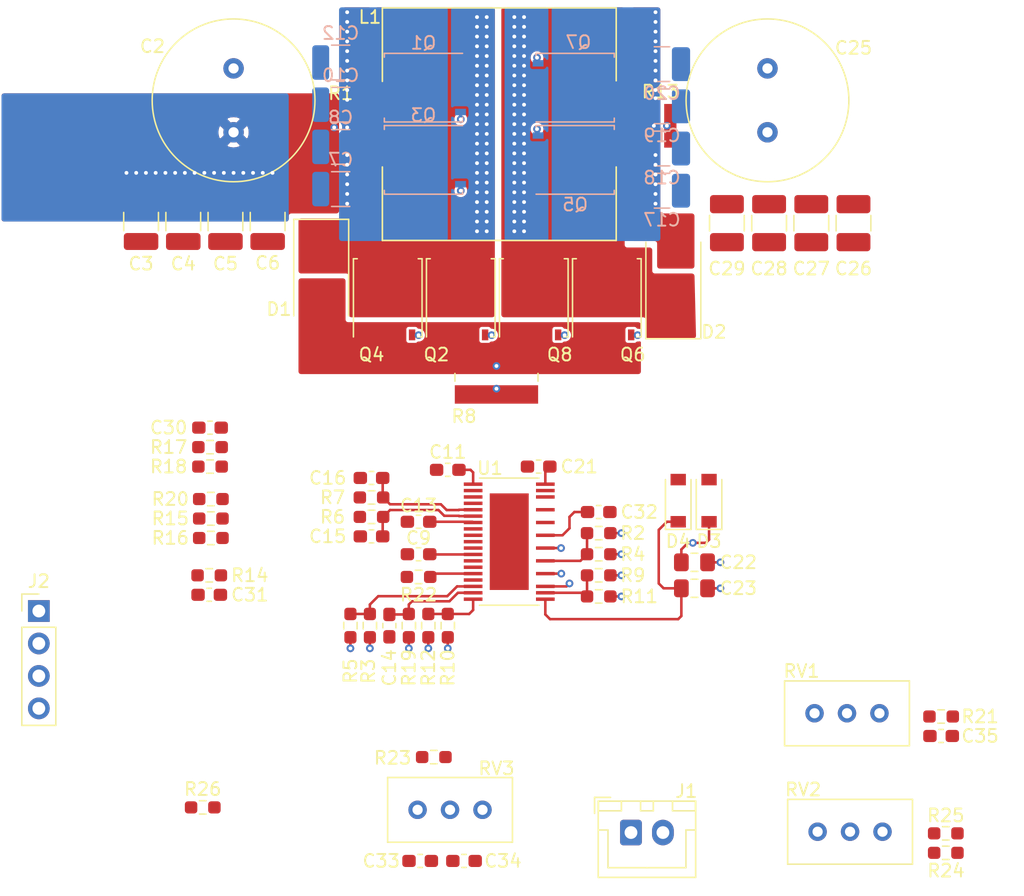
<source format=kicad_pcb>
(kicad_pcb (version 20171130) (host pcbnew "(5.1.10)-1")
  (layers (0 F.Cu signal) (1 In1.Cu power) (2 In2.Cu signal) (31 B.Cu signal) (34 B.Paste user) (35 F.Paste user) (36 B.SilkS user) (37 F.SilkS user) (38 B.Mask user) (39 F.Mask user) (44 Edge.Cuts user))
  (net 0 "")
  (net 1 GNDA)
  (net 2 VDD)
  (net 3 /SS)
  (net 4 /GATEVCC)
  (net 5 /LDO33)
  (net 6 /CSP)
  (net 7 /CSN)
  (net 8 VD)
  (net 9 /BOOST1)
  (net 10 /SW1)
  (net 11 /BOOST2)
  (net 12 /SW2)
  (net 13 /IMON_IN)
  (net 14 /EXTVCC)
  (net 15 /VC)
  (net 16 /IMON_OUT)
  (net 17 "Net-(D1-Pad2)")
  (net 18 /MODE)
  (net 19 /GND)
  (net 20 "Net-(Q1-Pad4)")
  (net 21 /BG1)
  (net 22 /TG2)
  (net 23 "Net-(Q4-Pad4)")
  (net 24 /CSNIN)
  (net 25 /TG1)
  (net 26 /BG2)
  (net 27 /CSPOUT)
  (net 28 /FBIN)
  (net 29 /SHDN)
  (net 30 /RT)
  (net 31 /FBOUT)
  (net 32 /CLKOUT)
  (net 33 /SYNC)
  (net 34 "Net-(Q2-Pad4)")
  (net 35 "Net-(Q3-Pad4)")
  (net 36 "Net-(Q5-Pad4)")
  (net 37 "Net-(Q6-Pad4)")
  (net 38 "Net-(Q7-Pad4)")
  (net 39 "Net-(Q8-Pad4)")
  (net 40 "Net-(D3-Pad2)")
  (net 41 "Net-(C34-Pad1)")
  (net 42 "Net-(RV1-Pad3)")
  (net 43 "Net-(RV3-Pad1)")
  (net 44 GNDPWR)
  (module Capacitor_SMD:C_0603_1608Metric_Pad1.05x0.95mm_HandSolder (layer F.Cu) (at 118.999 92.329 180)
    (fp_text reference C16 (at 3.429 0) (layer F.SilkS))
    (fp_text value C)
    (pad 2 smd roundrect (at 0.875 0 180) (size 1.05 0.95) (layers F.Cu F.Paste F.Mask) (net 1 GNDA))
    (pad 1 smd roundrect (at -0.875 0 180) (size 1.05 0.95) (layers F.Cu F.Paste F.Mask) (net 7 /CSN))
  )
  (module Resistor_SMD:R_0603_1608Metric_Pad0.98x0.95mm_HandSolder (layer F.Cu) (at 105.791 118.11)
    (fp_text reference R26 (at 0 -1.43) (layer F.SilkS))
    (fp_text value 0)
    (pad 2 smd roundrect (at 0.9125 0) (size 0.975 0.95) (layers F.Cu F.Paste F.Mask) (net 1 GNDA))
    (pad 1 smd roundrect (at -0.9125 0) (size 0.975 0.95) (layers F.Cu F.Paste F.Mask) (net 44 GNDPWR))
  )
  (module _Acha:R_0612_1632Metric (layer F.Cu) (at 141.605 64.77 180)
    (fp_text reference R13 (at 0 2.667) (layer F.SilkS))
    (fp_text value R005 hide)
    (pad 2 smd rect (at 0.778 0 180) (size 0.96 3.42) (layers F.Cu F.Paste F.Mask) (net 27 /CSPOUT))
    (pad 1 smd rect (at -0.778 0 180) (size 0.96 3.42) (layers F.Cu F.Paste F.Mask) (net 8 VD))
  )
  (module _Acha:R_0612_1632Metric (layer F.Cu) (at 116.586 64.897 180)
    (fp_text reference R1 (at 0 2.667) (layer F.SilkS))
    (fp_text value 0R hide)
    (pad 1 smd rect (at -0.778 0 180) (size 0.96 3.42) (layers F.Cu F.Paste F.Mask) (net 24 /CSNIN))
    (pad 2 smd rect (at 0.778 0 180) (size 0.96 3.42) (layers F.Cu F.Paste F.Mask) (net 2 VDD))
  )
  (module _Acha:R_1225_3263Metric (layer F.Cu) (at 128.778 84.455 90)
    (fp_text reference R8 (at -3.048 -2.54 180) (layer F.SilkS))
    (fp_text value R005 hide)
    (pad 1 smd rect (at -1.34 0 90) (size 1.44 6.52) (layers F.Cu F.Paste F.Mask) (net 44 GNDPWR))
    (pad 2 smd rect (at 1.34 0 90) (size 1.44 6.52) (layers F.Cu F.Paste F.Mask) (net 17 "Net-(D1-Pad2)"))
  )
  (module Diode_SMD:D_SMA-SMB_Universal_Handsoldering (layer F.Cu) (at 142.621 76.581 90)
    (fp_text reference D2 (at -4.318 3.175 180) (layer F.SilkS))
    (fp_text value ?)
    (pad 2 smd trapezoid (at 2.9 0 270) (size 3.6 1.7) (rect_delta 0.6 0) (layers F.Cu F.Paste F.Mask) (net 27 /CSPOUT))
    (pad 1 smd trapezoid (at -2.9 0 90) (size 3.6 1.7) (rect_delta 0.6 0) (layers F.Cu F.Paste F.Mask) (net 12 /SW2))
  )
  (module Diode_SMD:D_SMA-SMB_Universal_Handsoldering (layer F.Cu) (at 115.062 76.941 270)
    (fp_text reference D1 (at 2.18 3.302 180) (layer F.SilkS))
    (fp_text value ?)
    (pad 2 smd trapezoid (at 2.9 0 90) (size 3.6 1.7) (rect_delta 0.6 0) (layers F.Cu F.Paste F.Mask) (net 17 "Net-(D1-Pad2)"))
    (pad 1 smd trapezoid (at -2.9 0 270) (size 3.6 1.7) (rect_delta 0.6 0) (layers F.Cu F.Paste F.Mask) (net 10 /SW1))
  )
  (module Potentiometer_THT:Potentiometer_Bourns_3296W_Vertical (layer F.Cu) (at 158.75 110.744)
    (fp_text reference RV1 (at -6.096 -3.302) (layer F.SilkS))
    (fp_text value 50K)
    (pad 3 thru_hole circle (at -5.08 0) (size 1.44 1.44) (drill 0.8) (layers *.Cu *.Mask) (net 42 "Net-(RV1-Pad3)"))
    (pad 2 thru_hole circle (at -2.54 0) (size 1.44 1.44) (drill 0.8) (layers *.Cu *.Mask) (net 1 GNDA))
    (pad 1 thru_hole circle (at 0 0) (size 1.44 1.44) (drill 0.8) (layers *.Cu *.Mask) (net 16 /IMON_OUT))
  )
  (module Capacitor_SMD:C_1210_3225Metric_Pad1.33x2.70mm_HandSolder (layer B.Cu) (at 116.586 59.817 180)
    (fp_text reference C12 (at 0 2.3 180) (layer B.SilkS) (effects (justify mirror)))
    (fp_text value 4.7uF/100V)
    (pad 2 smd roundrect (at 1.5625 0 180) (size 1.325 2.7) (layers B.Cu B.Paste B.Mask) (roundrect_rratio 0.188679) (net 44 GNDPWR))
    (pad 1 smd roundrect (at -1.5625 0 180) (size 1.325 2.7) (layers B.Cu B.Paste B.Mask) (roundrect_rratio 0.188679) (net 24 /CSNIN))
  )
  (module Capacitor_SMD:C_1210_3225Metric_Pad1.33x2.70mm_HandSolder (layer B.Cu) (at 116.586 63.119 180)
    (fp_text reference C10 (at 0 2.3 180) (layer B.SilkS) (effects (justify mirror)))
    (fp_text value 4.7uF/100V)
    (pad 2 smd roundrect (at 1.5625 0 180) (size 1.325 2.7) (layers B.Cu B.Paste B.Mask) (roundrect_rratio 0.188679) (net 44 GNDPWR))
    (pad 1 smd roundrect (at -1.5625 0 180) (size 1.325 2.7) (layers B.Cu B.Paste B.Mask) (roundrect_rratio 0.188679) (net 24 /CSNIN))
  )
  (module Capacitor_SMD:C_1210_3225Metric_Pad1.33x2.70mm_HandSolder (layer B.Cu) (at 116.586 66.421 180)
    (fp_text reference C8 (at 0 2.3 180) (layer B.SilkS) (effects (justify mirror)))
    (fp_text value 4.7uF/100V)
    (pad 2 smd roundrect (at 1.5625 0 180) (size 1.325 2.7) (layers B.Cu B.Paste B.Mask) (roundrect_rratio 0.188679) (net 44 GNDPWR))
    (pad 1 smd roundrect (at -1.5625 0 180) (size 1.325 2.7) (layers B.Cu B.Paste B.Mask) (roundrect_rratio 0.188679) (net 24 /CSNIN))
  )
  (module Capacitor_SMD:C_1210_3225Metric_Pad1.33x2.70mm_HandSolder (layer B.Cu) (at 116.586 69.723 180)
    (fp_text reference C7 (at 0 2.3 180) (layer B.SilkS) (effects (justify mirror)))
    (fp_text value 4.7uF/100V)
    (pad 2 smd roundrect (at 1.5625 0 180) (size 1.325 2.7) (layers B.Cu B.Paste B.Mask) (roundrect_rratio 0.188679) (net 44 GNDPWR))
    (pad 1 smd roundrect (at -1.5625 0 180) (size 1.325 2.7) (layers B.Cu B.Paste B.Mask) (roundrect_rratio 0.188679) (net 24 /CSNIN))
  )
  (module Capacitor_SMD:C_1210_3225Metric_Pad1.33x2.70mm_HandSolder (layer F.Cu) (at 110.871 72.263 270)
    (fp_text reference C6 (at 3.2385 0 180) (layer F.SilkS))
    (fp_text value 4.7uF/100V)
    (pad 2 smd roundrect (at 1.5625 0 270) (size 1.325 2.7) (layers F.Cu F.Paste F.Mask) (roundrect_rratio 0.188679) (net 44 GNDPWR))
    (pad 1 smd roundrect (at -1.5625 0 270) (size 1.325 2.7) (layers F.Cu F.Paste F.Mask) (roundrect_rratio 0.188679) (net 2 VDD))
  )
  (module Capacitor_SMD:C_1210_3225Metric_Pad1.33x2.70mm_HandSolder (layer F.Cu) (at 107.569 72.263 270)
    (fp_text reference C5 (at 3.302 0 180) (layer F.SilkS))
    (fp_text value 4.7uF/100V)
    (pad 2 smd roundrect (at 1.5625 0 270) (size 1.325 2.7) (layers F.Cu F.Paste F.Mask) (roundrect_rratio 0.188679) (net 44 GNDPWR))
    (pad 1 smd roundrect (at -1.5625 0 270) (size 1.325 2.7) (layers F.Cu F.Paste F.Mask) (roundrect_rratio 0.188679) (net 2 VDD))
  )
  (module Capacitor_SMD:C_1210_3225Metric_Pad1.33x2.70mm_HandSolder (layer F.Cu) (at 104.267 72.263 270)
    (fp_text reference C4 (at 3.302 0 180) (layer F.SilkS))
    (fp_text value 4.7uF/100V)
    (pad 2 smd roundrect (at 1.5625 0 270) (size 1.325 2.7) (layers F.Cu F.Paste F.Mask) (roundrect_rratio 0.188679) (net 44 GNDPWR))
    (pad 1 smd roundrect (at -1.5625 0 270) (size 1.325 2.7) (layers F.Cu F.Paste F.Mask) (roundrect_rratio 0.188679) (net 2 VDD))
  )
  (module Capacitor_SMD:C_1210_3225Metric_Pad1.33x2.70mm_HandSolder (layer F.Cu) (at 100.965 72.263 270)
    (fp_text reference C3 (at 3.302 0 180) (layer F.SilkS))
    (fp_text value 4.7uF/100V)
    (pad 2 smd roundrect (at 1.5625 0 270) (size 1.325 2.7) (layers F.Cu F.Paste F.Mask) (roundrect_rratio 0.188679) (net 44 GNDPWR))
    (pad 1 smd roundrect (at -1.5625 0 270) (size 1.325 2.7) (layers F.Cu F.Paste F.Mask) (roundrect_rratio 0.188679) (net 2 VDD))
  )
  (module Resistor_SMD:R_0603_1608Metric_Pad0.98x0.95mm_HandSolder (layer F.Cu) (at 123.444 103.886 90)
    (fp_text reference R12 (at -3.302 0 270) (layer F.SilkS))
    (fp_text value 2R)
    (pad 2 smd roundrect (at 0.9125 0 90) (size 0.975 0.95) (layers F.Cu F.Paste F.Mask) (net 26 /BG2))
    (pad 1 smd roundrect (at -0.9125 0 90) (size 0.975 0.95) (layers F.Cu F.Paste F.Mask) (net 39 "Net-(Q8-Pad4)"))
  )
  (module Resistor_SMD:R_0603_1608Metric_Pad0.98x0.95mm_HandSolder (layer F.Cu) (at 163.943 121.666)
    (fp_text reference R25 (at 0 -2.921) (layer F.SilkS))
    (fp_text value NC)
    (pad 2 smd roundrect (at 0.9125 0) (size 0.975 0.95) (layers F.Cu F.Paste F.Mask) (net 1 GNDA))
    (pad 1 smd roundrect (at -0.9125 0) (size 0.975 0.95) (layers F.Cu F.Paste F.Mask) (net 31 /FBOUT))
  )
  (module Resistor_SMD:R_0603_1608Metric_Pad0.98x0.95mm_HandSolder (layer F.Cu) (at 163.943 120.142 180)
    (fp_text reference R24 (at -0.014 -2.921) (layer F.SilkS))
    (fp_text value NC)
    (pad 2 smd roundrect (at 0.9125 0 180) (size 0.975 0.95) (layers F.Cu F.Paste F.Mask) (net 31 /FBOUT))
    (pad 1 smd roundrect (at -0.9125 0 180) (size 0.975 0.95) (layers F.Cu F.Paste F.Mask) (net 8 VD))
  )
  (module Resistor_SMD:R_0603_1608Metric_Pad0.98x0.95mm_HandSolder (layer F.Cu) (at 123.8745 114.173 180)
    (fp_text reference R23 (at 3.2245 -0.0635) (layer F.SilkS))
    (fp_text value NC)
    (pad 2 smd roundrect (at 0.9125 0 180) (size 0.975 0.95) (layers F.Cu F.Paste F.Mask) (net 15 /VC))
    (pad 1 smd roundrect (at -0.9125 0 180) (size 0.975 0.95) (layers F.Cu F.Paste F.Mask) (net 41 "Net-(C34-Pad1)"))
  )
  (module Resistor_SMD:R_0603_1608Metric_Pad0.98x0.95mm_HandSolder (layer F.Cu) (at 122.682 100.076 180)
    (fp_text reference R22 (at 0 -1.397) (layer F.SilkS))
    (fp_text value 110K)
    (pad 2 smd roundrect (at 0.9125 0 180) (size 0.975 0.95) (layers F.Cu F.Paste F.Mask) (net 1 GNDA))
    (pad 1 smd roundrect (at -0.9125 0 180) (size 0.975 0.95) (layers F.Cu F.Paste F.Mask) (net 30 /RT))
  )
  (module Resistor_SMD:R_0603_1608Metric_Pad0.98x0.95mm_HandSolder (layer F.Cu) (at 163.576 110.998)
    (fp_text reference R21 (at 3.048 0) (layer F.SilkS))
    (fp_text value NC)
    (pad 2 smd roundrect (at 0.9125 0) (size 0.975 0.95) (layers F.Cu F.Paste F.Mask) (net 1 GNDA))
    (pad 1 smd roundrect (at -0.9125 0) (size 0.975 0.95) (layers F.Cu F.Paste F.Mask) (net 16 /IMON_OUT))
  )
  (module Resistor_SMD:R_0603_1608Metric_Pad0.98x0.95mm_HandSolder (layer F.Cu) (at 106.426 93.98)
    (fp_text reference R20 (at -3.175 0) (layer F.SilkS))
    (fp_text value 0R)
    (pad 2 smd roundrect (at 0.9125 0) (size 0.975 0.95) (layers F.Cu F.Paste F.Mask) (net 28 /FBIN))
    (pad 1 smd roundrect (at -0.9125 0) (size 0.975 0.95) (layers F.Cu F.Paste F.Mask) (net 5 /LDO33))
  )
  (module Resistor_SMD:R_0603_1608Metric_Pad0.98x0.95mm_HandSolder (layer F.Cu) (at 121.92 103.886 270)
    (fp_text reference R19 (at 3.302 0 90) (layer F.SilkS))
    (fp_text value 4R)
    (pad 2 smd roundrect (at 0.9125 0 270) (size 0.975 0.95) (layers F.Cu F.Paste F.Mask) (net 40 "Net-(D3-Pad2)"))
    (pad 1 smd roundrect (at -0.9125 0 270) (size 0.975 0.95) (layers F.Cu F.Paste F.Mask) (net 4 /GATEVCC))
  )
  (module Resistor_SMD:R_0603_1608Metric_Pad0.98x0.95mm_HandSolder (layer F.Cu) (at 106.3625 91.44 180)
    (fp_text reference R18 (at 3.2385 0) (layer F.SilkS))
    (fp_text value 20K)
    (pad 2 smd roundrect (at 0.9125 0 180) (size 0.975 0.95) (layers F.Cu F.Paste F.Mask) (net 1 GNDA))
    (pad 1 smd roundrect (at -0.9125 0 180) (size 0.975 0.95) (layers F.Cu F.Paste F.Mask) (net 29 /SHDN))
  )
  (module Resistor_SMD:R_0603_1608Metric_Pad0.98x0.95mm_HandSolder (layer F.Cu) (at 106.3625 89.916)
    (fp_text reference R17 (at -3.2385 0) (layer F.SilkS))
    (fp_text value 71.5K)
    (pad 2 smd roundrect (at 0.9125 0) (size 0.975 0.95) (layers F.Cu F.Paste F.Mask) (net 29 /SHDN))
    (pad 1 smd roundrect (at -0.9125 0) (size 0.975 0.95) (layers F.Cu F.Paste F.Mask) (net 2 VDD))
  )
  (module Resistor_SMD:R_0603_1608Metric_Pad0.98x0.95mm_HandSolder (layer F.Cu) (at 106.426 97.028 180)
    (fp_text reference R16 (at 3.175 0) (layer F.SilkS))
    (fp_text value NC)
    (pad 2 smd roundrect (at 0.9125 0 180) (size 0.975 0.95) (layers F.Cu F.Paste F.Mask) (net 1 GNDA))
    (pad 1 smd roundrect (at -0.9125 0 180) (size 0.975 0.95) (layers F.Cu F.Paste F.Mask) (net 28 /FBIN))
  )
  (module Resistor_SMD:R_0603_1608Metric_Pad0.98x0.95mm_HandSolder (layer F.Cu) (at 106.426 95.504)
    (fp_text reference R15 (at -3.175 0) (layer F.SilkS))
    (fp_text value NC)
    (pad 2 smd roundrect (at 0.9125 0) (size 0.975 0.95) (layers F.Cu F.Paste F.Mask) (net 28 /FBIN))
    (pad 1 smd roundrect (at -0.9125 0) (size 0.975 0.95) (layers F.Cu F.Paste F.Mask) (net 2 VDD))
  )
  (module Resistor_SMD:R_0603_1608Metric_Pad0.98x0.95mm_HandSolder (layer F.Cu) (at 106.299 99.949 180)
    (fp_text reference R14 (at -3.175 0) (layer F.SilkS))
    (fp_text value 0R)
    (pad 2 smd roundrect (at 0.9125 0 180) (size 0.975 0.95) (layers F.Cu F.Paste F.Mask) (net 1 GNDA))
    (pad 1 smd roundrect (at -0.9125 0 180) (size 0.975 0.95) (layers F.Cu F.Paste F.Mask) (net 13 /IMON_IN))
  )
  (module Resistor_SMD:R_0603_1608Metric_Pad0.98x0.95mm_HandSolder (layer F.Cu) (at 136.779 101.6)
    (fp_text reference R11 (at 3.175 0) (layer F.SilkS))
    (fp_text value 0)
    (pad 2 smd roundrect (at 0.9125 0) (size 0.975 0.95) (layers F.Cu F.Paste F.Mask) (net 38 "Net-(Q7-Pad4)"))
    (pad 1 smd roundrect (at -0.9125 0) (size 0.975 0.95) (layers F.Cu F.Paste F.Mask) (net 22 /TG2))
  )
  (module Resistor_SMD:R_0603_1608Metric_Pad0.98x0.95mm_HandSolder (layer F.Cu) (at 124.968 103.886 90)
    (fp_text reference R10 (at -3.302 0 270) (layer F.SilkS))
    (fp_text value 2R)
    (pad 2 smd roundrect (at 0.9125 0 90) (size 0.975 0.95) (layers F.Cu F.Paste F.Mask) (net 26 /BG2))
    (pad 1 smd roundrect (at -0.9125 0 90) (size 0.975 0.95) (layers F.Cu F.Paste F.Mask) (net 37 "Net-(Q6-Pad4)"))
  )
  (module Resistor_SMD:R_0603_1608Metric_Pad0.98x0.95mm_HandSolder (layer F.Cu) (at 136.779 99.949)
    (fp_text reference R9 (at 2.667 0) (layer F.SilkS))
    (fp_text value 0)
    (pad 2 smd roundrect (at 0.9125 0) (size 0.975 0.95) (layers F.Cu F.Paste F.Mask) (net 36 "Net-(Q5-Pad4)"))
    (pad 1 smd roundrect (at -0.9125 0) (size 0.975 0.95) (layers F.Cu F.Paste F.Mask) (net 22 /TG2))
  )
  (module Resistor_SMD:R_0603_1608Metric_Pad0.98x0.95mm_HandSolder (layer F.Cu) (at 118.999 93.853)
    (fp_text reference R7 (at -3.048 0) (layer F.SilkS))
    (fp_text value 10R)
    (pad 2 smd roundrect (at 0.9125 0) (size 0.975 0.95) (layers F.Cu F.Paste F.Mask) (net 7 /CSN))
    (pad 1 smd roundrect (at -0.9125 0) (size 0.975 0.95) (layers F.Cu F.Paste F.Mask) (net 44 GNDPWR))
  )
  (module Resistor_SMD:R_0603_1608Metric_Pad0.98x0.95mm_HandSolder (layer F.Cu) (at 118.999 95.377)
    (fp_text reference R6 (at -3.048 0) (layer F.SilkS))
    (fp_text value 10R)
    (pad 2 smd roundrect (at 0.9125 0) (size 0.975 0.95) (layers F.Cu F.Paste F.Mask) (net 6 /CSP))
    (pad 1 smd roundrect (at -0.9125 0) (size 0.975 0.95) (layers F.Cu F.Paste F.Mask) (net 17 "Net-(D1-Pad2)"))
  )
  (module Resistor_SMD:R_0603_1608Metric_Pad0.98x0.95mm_HandSolder (layer F.Cu) (at 117.348 103.886 90)
    (fp_text reference R5 (at -3.556 0 270) (layer F.SilkS))
    (fp_text value 0)
    (pad 2 smd roundrect (at 0.9125 0 90) (size 0.975 0.95) (layers F.Cu F.Paste F.Mask) (net 21 /BG1))
    (pad 1 smd roundrect (at -0.9125 0 90) (size 0.975 0.95) (layers F.Cu F.Paste F.Mask) (net 23 "Net-(Q4-Pad4)"))
  )
  (module Resistor_SMD:R_0603_1608Metric_Pad0.98x0.95mm_HandSolder (layer F.Cu) (at 136.779 98.298 180)
    (fp_text reference R4 (at -2.667 0) (layer F.SilkS))
    (fp_text value 2R)
    (pad 2 smd roundrect (at 0.9125 0 180) (size 0.975 0.95) (layers F.Cu F.Paste F.Mask) (net 25 /TG1))
    (pad 1 smd roundrect (at -0.9125 0 180) (size 0.975 0.95) (layers F.Cu F.Paste F.Mask) (net 35 "Net-(Q3-Pad4)"))
  )
  (module Resistor_SMD:R_0603_1608Metric_Pad0.98x0.95mm_HandSolder (layer F.Cu) (at 118.872 103.886 90)
    (fp_text reference R3 (at -3.568 -0.127 270) (layer F.SilkS))
    (fp_text value 0)
    (pad 2 smd roundrect (at 0.9125 0 90) (size 0.975 0.95) (layers F.Cu F.Paste F.Mask) (net 21 /BG1))
    (pad 1 smd roundrect (at -0.9125 0 90) (size 0.975 0.95) (layers F.Cu F.Paste F.Mask) (net 34 "Net-(Q2-Pad4)"))
  )
  (module Resistor_SMD:R_0603_1608Metric_Pad0.98x0.95mm_HandSolder (layer F.Cu) (at 136.779 96.647 180)
    (fp_text reference R2 (at -2.667 0) (layer F.SilkS))
    (fp_text value 2R)
    (pad 2 smd roundrect (at 0.9125 0 180) (size 0.975 0.95) (layers F.Cu F.Paste F.Mask) (net 25 /TG1))
    (pad 1 smd roundrect (at -0.9125 0 180) (size 0.975 0.95) (layers F.Cu F.Paste F.Mask) (net 20 "Net-(Q1-Pad4)"))
  )
  (module Package_TO_SOT_SMD:TDSON-8-1 (layer F.Cu) (at 137.414 78.232 90)
    (fp_text reference Q6 (at -4.445 2.032 180) (layer F.SilkS))
    (fp_text value NC)
    (pad 5 smd rect (at 1.05 0 90) (size 4.55 4.41) (layers F.Cu) (net 12 /SW2))
    (pad 4 smd rect (at -2.9 1.905 90) (size 0.85 0.5) (layers F.Cu F.Paste F.Mask) (net 37 "Net-(Q6-Pad4)"))
    (pad 3 smd rect (at -2.9 0.635 90) (size 0.85 0.5) (layers F.Cu F.Paste F.Mask) (net 17 "Net-(D1-Pad2)"))
    (pad 2 smd rect (at -2.9 -0.635 90) (size 0.85 0.5) (layers F.Cu F.Paste F.Mask) (net 17 "Net-(D1-Pad2)"))
    (pad 1 smd rect (at -2.9 -1.905 90) (size 0.85 0.5) (layers F.Cu F.Paste F.Mask) (net 17 "Net-(D1-Pad2)"))
  )
  (module Package_TO_SOT_SMD:TDSON-8-1 (layer B.Cu) (at 134.9375 67.437)
    (fp_text reference Q5 (at 0 3.5) (layer B.SilkS) (effects (justify mirror)))
    (fp_text value NC)
    (pad 5 smd rect (at 1.05 0) (size 4.55 4.41) (layers B.Cu) (net 27 /CSPOUT))
    (pad 4 smd rect (at -2.9 -1.905) (size 0.85 0.5) (layers B.Cu B.Paste B.Mask) (net 36 "Net-(Q5-Pad4)"))
    (pad 3 smd rect (at -2.9 -0.635) (size 0.85 0.5) (layers B.Cu B.Paste B.Mask) (net 12 /SW2))
    (pad 2 smd rect (at -2.9 0.635) (size 0.85 0.5) (layers B.Cu B.Paste B.Mask) (net 12 /SW2))
    (pad 1 smd rect (at -2.9 1.905) (size 0.85 0.5) (layers B.Cu B.Paste B.Mask) (net 12 /SW2))
  )
  (module Package_TO_SOT_SMD:TDSON-8-1 (layer F.Cu) (at 120.269 78.232 90)
    (fp_text reference Q4 (at -4.445 -1.27) (layer F.SilkS))
    (fp_text value NC)
    (pad 5 smd rect (at 1.05 0 90) (size 4.55 4.41) (layers F.Cu) (net 10 /SW1))
    (pad 4 smd rect (at -2.9 1.905 90) (size 0.85 0.5) (layers F.Cu F.Paste F.Mask) (net 23 "Net-(Q4-Pad4)"))
    (pad 3 smd rect (at -2.9 0.635 90) (size 0.85 0.5) (layers F.Cu F.Paste F.Mask) (net 17 "Net-(D1-Pad2)"))
    (pad 2 smd rect (at -2.9 -0.635 90) (size 0.85 0.5) (layers F.Cu F.Paste F.Mask) (net 17 "Net-(D1-Pad2)"))
    (pad 1 smd rect (at -2.9 -1.905 90) (size 0.85 0.5) (layers F.Cu F.Paste F.Mask) (net 17 "Net-(D1-Pad2)"))
  )
  (module Package_TO_SOT_SMD:TDSON-8-1 (layer B.Cu) (at 123.063 67.437 180)
    (fp_text reference Q3 (at 0 3.5) (layer B.SilkS) (effects (justify mirror)))
    (fp_text value NC)
    (pad 5 smd rect (at 1.05 0 180) (size 4.55 4.41) (layers B.Cu) (net 24 /CSNIN))
    (pad 4 smd rect (at -2.9 -1.905 180) (size 0.85 0.5) (layers B.Cu B.Paste B.Mask) (net 35 "Net-(Q3-Pad4)"))
    (pad 3 smd rect (at -2.9 -0.635 180) (size 0.85 0.5) (layers B.Cu B.Paste B.Mask) (net 10 /SW1))
    (pad 2 smd rect (at -2.9 0.635 180) (size 0.85 0.5) (layers B.Cu B.Paste B.Mask) (net 10 /SW1))
    (pad 1 smd rect (at -2.9 1.905 180) (size 0.85 0.5) (layers B.Cu B.Paste B.Mask) (net 10 /SW1))
  )
  (module Capacitor_SMD:C_1210_3225Metric_Pad1.42x2.65mm_HandSolder (layer B.Cu) (at 141.732 63.246)
    (fp_text reference C19 (at 0 2.28) (layer B.SilkS) (effects (justify mirror)))
    (fp_text value 4.7uF/100V)
    (pad 2 smd roundrect (at 1.4875 0) (size 1.425 2.65) (layers B.Cu B.Paste B.Mask) (roundrect_rratio 0.175439) (net 44 GNDPWR))
    (pad 1 smd roundrect (at -1.4875 0) (size 1.425 2.65) (layers B.Cu B.Paste B.Mask) (roundrect_rratio 0.175439) (net 27 /CSPOUT))
  )
  (module _Acha:LT8705EFE (layer F.Cu) (at 129.777 97.316)
    (fp_text reference U1 hide)
    (fp_text value LT8705EFE hide)
    (fp_text user U1 (at -1.507 -5.749) (layer F.SilkS))
    (pad 1 smd rect (at -2.825001 -4.499999) (size 1.4612 0.27) (layers F.Cu F.Paste F.Mask) (net 4 /GATEVCC))
    (pad 2 smd rect (at -2.825001 -4) (size 1.4612 0.27) (layers F.Cu F.Paste F.Mask) (net 18 /MODE))
    (pad 3 smd rect (at -2.825001 -3.500001) (size 1.4612 0.27) (layers F.Cu F.Paste F.Mask) (net 13 /IMON_IN))
    (pad 4 smd rect (at -2.825001 -2.999999) (size 1.4612 0.27) (layers F.Cu F.Paste F.Mask) (net 29 /SHDN))
    (pad 5 smd rect (at -2.825001 -2.5) (size 1.4612 0.27) (layers F.Cu F.Paste F.Mask) (net 7 /CSN))
    (pad 6 smd rect (at -2.825001 -2.000001) (size 1.4612 0.27) (layers F.Cu F.Paste F.Mask) (net 6 /CSP))
    (pad 7 smd rect (at -2.825001 -1.5) (size 1.4612 0.27) (layers F.Cu F.Paste F.Mask) (net 5 /LDO33))
    (pad 8 smd rect (at -2.825001 -1.000001) (size 1.4612 0.27) (layers F.Cu F.Paste F.Mask) (net 28 /FBIN))
    (pad 9 smd rect (at -2.825001 -0.499999) (size 1.4612 0.27) (layers F.Cu F.Paste F.Mask) (net 31 /FBOUT))
    (pad 10 smd rect (at -2.825001 0) (size 1.4612 0.27) (layers F.Cu F.Paste F.Mask) (net 16 /IMON_OUT))
    (pad 11 smd rect (at -2.825001 0.499999) (size 1.4612 0.27) (layers F.Cu F.Paste F.Mask) (net 15 /VC))
    (pad 12 smd rect (at -2.825001 1.000001) (size 1.4612 0.27) (layers F.Cu F.Paste F.Mask) (net 3 /SS))
    (pad 13 smd rect (at -2.825001 1.5) (size 1.4612 0.27) (layers F.Cu F.Paste F.Mask) (net 32 /CLKOUT))
    (pad 14 smd rect (at -2.825001 2.000001) (size 1.4612 0.27) (layers F.Cu F.Paste F.Mask) (net 33 /SYNC))
    (pad 15 smd rect (at -2.825001 2.5) (size 1.4612 0.27) (layers F.Cu F.Paste F.Mask) (net 30 /RT))
    (pad 16 smd rect (at -2.825001 2.999999) (size 1.4612 0.27) (layers F.Cu F.Paste F.Mask) (net 1 GNDA))
    (pad 17 smd rect (at -2.825001 3.500001) (size 1.4612 0.27) (layers F.Cu F.Paste F.Mask) (net 21 /BG1))
    (pad 18 smd rect (at -2.825001 4) (size 1.4612 0.27) (layers F.Cu F.Paste F.Mask) (net 4 /GATEVCC))
    (pad 19 smd rect (at -2.825001 4.500001) (size 1.4612 0.27) (layers F.Cu F.Paste F.Mask) (net 26 /BG2))
    (pad 20 smd rect (at 2.825001 4.499999) (size 1.4612 0.27) (layers F.Cu F.Paste F.Mask) (net 11 /BOOST2))
    (pad 21 smd rect (at 2.825001 4) (size 1.4612 0.27) (layers F.Cu F.Paste F.Mask) (net 22 /TG2))
    (pad 22 smd rect (at 2.825001 3.500001) (size 1.4612 0.27) (layers F.Cu F.Paste F.Mask) (net 12 /SW2))
    (pad 24 smd rect (at 2.825001 2.5) (size 1.4612 0.27) (layers F.Cu F.Paste F.Mask) (net 10 /SW1))
    (pad 26 smd rect (at 2.825001 1.5) (size 1.4612 0.27) (layers F.Cu F.Paste F.Mask) (net 25 /TG1))
    (pad 28 smd rect (at 2.825001 0.499999) (size 1.4612 0.27) (layers F.Cu F.Paste F.Mask) (net 9 /BOOST1))
    (pad 30 smd rect (at 2.825001 -0.500002) (size 1.4612 0.27) (layers F.Cu F.Paste F.Mask) (net 14 /EXTVCC))
    (pad 32 smd rect (at 2.825001 -1.5) (size 1.4612 0.27) (layers F.Cu F.Paste F.Mask) (net 8 VD))
    (pad 34 smd rect (at 2.825001 -2.5) (size 1.4612 0.27) (layers F.Cu F.Paste F.Mask) (net 27 /CSPOUT))
    (pad 36 smd rect (at 2.825001 -3.500001) (size 1.4612 0.27) (layers F.Cu F.Paste F.Mask) (net 24 /CSNIN))
    (pad 37 smd rect (at 2.825001 -4) (size 1.4612 0.27) (layers F.Cu F.Paste F.Mask) (net 2 VDD))
    (pad 38 smd rect (at 2.825001 -4.500001) (size 1.4612 0.27) (layers F.Cu F.Paste F.Mask) (net 2 VDD))
    (pad EPAD smd rect (at 0 0) (size 3.049999 7.56) (layers F.Cu F.Paste F.Mask) (net 1 GNDA))
  )
  (module Potentiometer_THT:Potentiometer_Bourns_3296W_Vertical (layer F.Cu) (at 127.6845 118.3005)
    (fp_text reference RV3 (at 1.0935 -3.2385) (layer F.SilkS))
    (fp_text value 50K)
    (pad 3 thru_hole circle (at -5.08 0) (size 1.44 1.44) (drill 0.8) (layers *.Cu *.Mask) (net 15 /VC))
    (pad 2 thru_hole circle (at -2.54 0) (size 1.44 1.44) (drill 0.8) (layers *.Cu *.Mask) (net 41 "Net-(C34-Pad1)"))
    (pad 1 thru_hole circle (at 0 0) (size 1.44 1.44) (drill 0.8) (layers *.Cu *.Mask) (net 43 "Net-(RV3-Pad1)"))
  )
  (module Potentiometer_THT:Potentiometer_Bourns_3296W_Vertical (layer F.Cu) (at 158.99 120.015)
    (fp_text reference RV2 (at -6.209 -3.302) (layer F.SilkS))
    (fp_text value 500K)
    (pad 3 thru_hole circle (at -5.08 0) (size 1.44 1.44) (drill 0.8) (layers *.Cu *.Mask) (net 1 GNDA))
    (pad 2 thru_hole circle (at -2.54 0) (size 1.44 1.44) (drill 0.8) (layers *.Cu *.Mask) (net 31 /FBOUT))
    (pad 1 thru_hole circle (at 0 0) (size 1.44 1.44) (drill 0.8) (layers *.Cu *.Mask) (net 8 VD))
  )
  (module Package_TO_SOT_SMD:TDSON-8-1 (layer F.Cu) (at 131.699 78.232 90)
    (fp_text reference Q8 (at -4.445 2.032 180) (layer F.SilkS))
    (fp_text value CSD19532Q5B)
    (pad 5 smd rect (at 1.05 0 90) (size 4.55 4.41) (layers F.Cu) (net 12 /SW2))
    (pad 4 smd rect (at -2.9 1.905 90) (size 0.85 0.5) (layers F.Cu F.Paste F.Mask) (net 39 "Net-(Q8-Pad4)"))
    (pad 3 smd rect (at -2.9 0.635 90) (size 0.85 0.5) (layers F.Cu F.Paste F.Mask) (net 17 "Net-(D1-Pad2)"))
    (pad 2 smd rect (at -2.9 -0.635 90) (size 0.85 0.5) (layers F.Cu F.Paste F.Mask) (net 17 "Net-(D1-Pad2)"))
    (pad 1 smd rect (at -2.9 -1.905 90) (size 0.85 0.5) (layers F.Cu F.Paste F.Mask) (net 17 "Net-(D1-Pad2)"))
  )
  (module Package_TO_SOT_SMD:TDSON-8-1 (layer B.Cu) (at 134.9375 61.7855)
    (fp_text reference Q7 (at 0.254 -3.556) (layer B.SilkS) (effects (justify mirror)))
    (fp_text value CSD19532Q5B)
    (pad 5 smd rect (at 1.05 0) (size 4.55 4.41) (layers B.Cu) (net 27 /CSPOUT))
    (pad 4 smd rect (at -2.9 -1.905) (size 0.85 0.5) (layers B.Cu B.Paste B.Mask) (net 38 "Net-(Q7-Pad4)"))
    (pad 3 smd rect (at -2.9 -0.635) (size 0.85 0.5) (layers B.Cu B.Paste B.Mask) (net 12 /SW2))
    (pad 2 smd rect (at -2.9 0.635) (size 0.85 0.5) (layers B.Cu B.Paste B.Mask) (net 12 /SW2))
    (pad 1 smd rect (at -2.9 1.905) (size 0.85 0.5) (layers B.Cu B.Paste B.Mask) (net 12 /SW2))
  )
  (module Package_TO_SOT_SMD:TDSON-8-1 (layer F.Cu) (at 125.984 78.232 90)
    (fp_text reference Q2 (at -4.445 -1.905 180) (layer F.SilkS))
    (fp_text value CSD19532Q5B)
    (pad 5 smd rect (at 1.05 0 90) (size 4.55 4.41) (layers F.Cu) (net 10 /SW1))
    (pad 4 smd rect (at -2.9 1.905 90) (size 0.85 0.5) (layers F.Cu F.Paste F.Mask) (net 34 "Net-(Q2-Pad4)"))
    (pad 3 smd rect (at -2.9 0.635 90) (size 0.85 0.5) (layers F.Cu F.Paste F.Mask) (net 17 "Net-(D1-Pad2)"))
    (pad 2 smd rect (at -2.9 -0.635 90) (size 0.85 0.5) (layers F.Cu F.Paste F.Mask) (net 17 "Net-(D1-Pad2)"))
    (pad 1 smd rect (at -2.9 -1.905 90) (size 0.85 0.5) (layers F.Cu F.Paste F.Mask) (net 17 "Net-(D1-Pad2)"))
  )
  (module Package_TO_SOT_SMD:TDSON-8-1 (layer B.Cu) (at 123.063 61.7855 180)
    (fp_text reference Q1 (at 0 3.5) (layer B.SilkS) (effects (justify mirror)))
    (fp_text value CSD19532Q5B)
    (pad 5 smd rect (at 1.05 0 180) (size 4.55 4.41) (layers B.Cu) (net 24 /CSNIN))
    (pad 4 smd rect (at -2.9 -1.905 180) (size 0.85 0.5) (layers B.Cu B.Paste B.Mask) (net 20 "Net-(Q1-Pad4)"))
    (pad 3 smd rect (at -2.9 -0.635 180) (size 0.85 0.5) (layers B.Cu B.Paste B.Mask) (net 10 /SW1))
    (pad 2 smd rect (at -2.9 0.635 180) (size 0.85 0.5) (layers B.Cu B.Paste B.Mask) (net 10 /SW1))
    (pad 1 smd rect (at -2.9 1.905 180) (size 0.85 0.5) (layers B.Cu B.Paste B.Mask) (net 10 /SW1))
  )
  (module _Acha:IND_74435572200 (layer F.Cu) (at 128.999 64.643)
    (fp_text reference L1 (at -10.127 -8.382) (layer F.SilkS))
    (fp_text value 74435572200)
    (pad 1 smd rect (at -6.65 0) (size 6 6) (layers F.Cu F.Paste F.Mask) (net 10 /SW1))
    (pad 2 smd rect (at 6.65 0) (size 6 6) (layers F.Cu F.Paste F.Mask) (net 12 /SW2))
  )
  (module Connector_PinHeader_2.54mm:PinHeader_1x04_P2.54mm_Vertical (layer F.Cu) (at 92.964 102.743)
    (fp_text reference J2 (at 0 -2.33) (layer F.SilkS))
    (fp_text value HDR-M-2.54-1*4P)
    (pad 4 thru_hole oval (at 0 7.62) (size 1.7 1.7) (drill 1) (layers *.Cu *.Mask) (net 5 /LDO33))
    (pad 3 thru_hole oval (at 0 5.08) (size 1.7 1.7) (drill 1) (layers *.Cu *.Mask) (net 18 /MODE))
    (pad 2 thru_hole oval (at 0 2.54) (size 1.7 1.7) (drill 1) (layers *.Cu *.Mask) (net 18 /MODE))
    (pad 1 thru_hole rect (at 0 0) (size 1.7 1.7) (drill 1) (layers *.Cu *.Mask) (net 19 /GND))
  )
  (module Connector_JST:JST_XH_B2B-XH-A_1x02_P2.50mm_Vertical (layer F.Cu) (at 139.305 120.0785)
    (fp_text reference J1 (at 4.332 -3.2385) (layer F.SilkS))
    (fp_text value XH-2)
    (pad 2 thru_hole oval (at 2.5 0) (size 1.7 2) (drill 1) (layers *.Cu *.Mask) (net 14 /EXTVCC))
    (pad 1 thru_hole roundrect (at 0 0) (size 1.7 2) (drill 1) (layers *.Cu *.Mask) (roundrect_rratio 0.147059) (net 1 GNDA))
  )
  (module Diode_SMD:D_SOD-123 (layer F.Cu) (at 143.002 94.107 90)
    (fp_text reference D4 (at -3.175 0 180) (layer F.SilkS))
    (fp_text value "DSF1D E1D")
    (pad 2 smd rect (at 1.65 0 90) (size 0.9 1.2) (layers F.Cu F.Paste F.Mask) (net 40 "Net-(D3-Pad2)"))
    (pad 1 smd rect (at -1.65 0 90) (size 0.9 1.2) (layers F.Cu F.Paste F.Mask) (net 11 /BOOST2))
  )
  (module Diode_SMD:D_SOD-123 (layer F.Cu) (at 145.415 94.107 90)
    (fp_text reference D3 (at -3.175 0 180) (layer F.SilkS))
    (fp_text value "DSF1D E1D")
    (pad 2 smd rect (at 1.65 0 90) (size 0.9 1.2) (layers F.Cu F.Paste F.Mask) (net 40 "Net-(D3-Pad2)"))
    (pad 1 smd rect (at -1.65 0 90) (size 0.9 1.2) (layers F.Cu F.Paste F.Mask) (net 9 /BOOST1))
  )
  (module Capacitor_SMD:C_0603_1608Metric_Pad1.05x0.95mm_HandSolder (layer F.Cu) (at 126.238 122.301)
    (fp_text reference C34 (at 3.048 0) (layer F.SilkS))
    (fp_text value 3.3nF)
    (pad 2 smd roundrect (at 0.875 0) (size 1.05 0.95) (layers F.Cu F.Paste F.Mask) (net 1 GNDA))
    (pad 1 smd roundrect (at -0.875 0) (size 1.05 0.95) (layers F.Cu F.Paste F.Mask) (net 41 "Net-(C34-Pad1)"))
  )
  (module Capacitor_SMD:C_0603_1608Metric_Pad1.05x0.95mm_HandSolder (layer F.Cu) (at 163.576 112.522)
    (fp_text reference C35 (at 3.048 0) (layer F.SilkS))
    (fp_text value 100nF)
    (pad 2 smd roundrect (at 0.875 0) (size 1.05 0.95) (layers F.Cu F.Paste F.Mask) (net 1 GNDA))
    (pad 1 smd roundrect (at -0.875 0) (size 1.05 0.95) (layers F.Cu F.Paste F.Mask) (net 16 /IMON_OUT))
  )
  (module Capacitor_SMD:C_0603_1608Metric_Pad1.05x0.95mm_HandSolder (layer F.Cu) (at 122.809 122.301 180)
    (fp_text reference C33 (at 3.048 0) (layer F.SilkS))
    (fp_text value 220pF)
    (pad 2 smd roundrect (at 0.875 0 180) (size 1.05 0.95) (layers F.Cu F.Paste F.Mask) (net 1 GNDA))
    (pad 1 smd roundrect (at -0.875 0 180) (size 1.05 0.95) (layers F.Cu F.Paste F.Mask) (net 15 /VC))
  )
  (module Capacitor_SMD:C_0603_1608Metric_Pad1.05x0.95mm_HandSolder (layer F.Cu) (at 136.779 94.996)
    (fp_text reference C32 (at 3.175 0) (layer F.SilkS))
    (fp_text value 100nF)
    (pad 2 smd roundrect (at 0.875 0) (size 1.05 0.95) (layers F.Cu F.Paste F.Mask) (net 1 GNDA))
    (pad 1 smd roundrect (at -0.875 0) (size 1.05 0.95) (layers F.Cu F.Paste F.Mask) (net 14 /EXTVCC))
  )
  (module Capacitor_SMD:C_0603_1608Metric_Pad1.05x0.95mm_HandSolder (layer F.Cu) (at 106.299 101.473 180)
    (fp_text reference C31 (at -3.175 0) (layer F.SilkS))
    (fp_text value NC)
    (pad 2 smd roundrect (at 0.875 0 180) (size 1.05 0.95) (layers F.Cu F.Paste F.Mask) (net 1 GNDA))
    (pad 1 smd roundrect (at -0.875 0 180) (size 1.05 0.95) (layers F.Cu F.Paste F.Mask) (net 13 /IMON_IN))
  )
  (module Capacitor_SMD:C_0603_1608Metric_Pad1.05x0.95mm_HandSolder (layer F.Cu) (at 106.3625 88.392)
    (fp_text reference C30 (at -3.2385 0) (layer F.SilkS))
    (fp_text value 1uF)
    (pad 2 smd roundrect (at 0.875 0) (size 1.05 0.95) (layers F.Cu F.Paste F.Mask) (net 1 GNDA))
    (pad 1 smd roundrect (at -0.875 0) (size 1.05 0.95) (layers F.Cu F.Paste F.Mask) (net 2 VDD))
  )
  (module Capacitor_SMD:C_1210_3225Metric_Pad1.42x2.65mm_HandSolder (layer F.Cu) (at 146.812 72.39 270)
    (fp_text reference C29 (at 3.556 0 180) (layer F.SilkS))
    (fp_text value 4.7uF/100V)
    (pad 2 smd roundrect (at 1.4875 0 270) (size 1.425 2.65) (layers F.Cu F.Paste F.Mask) (roundrect_rratio 0.175439) (net 44 GNDPWR))
    (pad 1 smd roundrect (at -1.4875 0 270) (size 1.425 2.65) (layers F.Cu F.Paste F.Mask) (roundrect_rratio 0.175439) (net 8 VD))
  )
  (module Capacitor_SMD:C_1210_3225Metric_Pad1.42x2.65mm_HandSolder (layer F.Cu) (at 150.114 72.39 270)
    (fp_text reference C28 (at 3.556 0 180) (layer F.SilkS))
    (fp_text value 4.7uF/100V)
    (pad 2 smd roundrect (at 1.4875 0 270) (size 1.425 2.65) (layers F.Cu F.Paste F.Mask) (roundrect_rratio 0.175439) (net 44 GNDPWR))
    (pad 1 smd roundrect (at -1.4875 0 270) (size 1.425 2.65) (layers F.Cu F.Paste F.Mask) (roundrect_rratio 0.175439) (net 8 VD))
  )
  (module Capacitor_SMD:C_1210_3225Metric_Pad1.42x2.65mm_HandSolder (layer F.Cu) (at 153.416 72.39 270)
    (fp_text reference C27 (at 3.556 0 180) (layer F.SilkS))
    (fp_text value 4.7uF/100V)
    (pad 2 smd roundrect (at 1.4875 0 270) (size 1.425 2.65) (layers F.Cu F.Paste F.Mask) (roundrect_rratio 0.175439) (net 44 GNDPWR))
    (pad 1 smd roundrect (at -1.4875 0 270) (size 1.425 2.65) (layers F.Cu F.Paste F.Mask) (roundrect_rratio 0.175439) (net 8 VD))
  )
  (module Capacitor_SMD:C_1210_3225Metric_Pad1.42x2.65mm_HandSolder (layer F.Cu) (at 156.718 72.39 270)
    (fp_text reference C26 (at 3.556 0 180) (layer F.SilkS))
    (fp_text value 4.7uF/100V)
    (pad 2 smd roundrect (at 1.4875 0 270) (size 1.425 2.65) (layers F.Cu F.Paste F.Mask) (roundrect_rratio 0.175439) (net 44 GNDPWR))
    (pad 1 smd roundrect (at -1.4875 0 270) (size 1.425 2.65) (layers F.Cu F.Paste F.Mask) (roundrect_rratio 0.175439) (net 8 VD))
  )
  (module Capacitor_SMD:C_1210_3225Metric_Pad1.42x2.65mm_HandSolder (layer B.Cu) (at 141.732 59.944)
    (fp_text reference C20 (at 0 2.28) (layer B.SilkS) (effects (justify mirror)))
    (fp_text value 4.7uF/100V)
    (pad 2 smd roundrect (at 1.4875 0) (size 1.425 2.65) (layers B.Cu B.Paste B.Mask) (roundrect_rratio 0.175439) (net 44 GNDPWR))
    (pad 1 smd roundrect (at -1.4875 0) (size 1.425 2.65) (layers B.Cu B.Paste B.Mask) (roundrect_rratio 0.175439) (net 27 /CSPOUT))
  )
  (module Capacitor_SMD:C_1210_3225Metric_Pad1.42x2.65mm_HandSolder (layer B.Cu) (at 141.732 66.548)
    (fp_text reference C18 (at 0 2.28) (layer B.SilkS) (effects (justify mirror)))
    (fp_text value 4.7uF/100V)
    (pad 2 smd roundrect (at 1.4875 0) (size 1.425 2.65) (layers B.Cu B.Paste B.Mask) (roundrect_rratio 0.175439) (net 44 GNDPWR))
    (pad 1 smd roundrect (at -1.4875 0) (size 1.425 2.65) (layers B.Cu B.Paste B.Mask) (roundrect_rratio 0.175439) (net 27 /CSPOUT))
  )
  (module Capacitor_SMD:C_1210_3225Metric_Pad1.42x2.65mm_HandSolder (layer B.Cu) (at 141.732 69.85)
    (fp_text reference C17 (at 0 2.28) (layer B.SilkS) (effects (justify mirror)))
    (fp_text value 4.7uF/100V)
    (pad 2 smd roundrect (at 1.4875 0) (size 1.425 2.65) (layers B.Cu B.Paste B.Mask) (roundrect_rratio 0.175439) (net 44 GNDPWR))
    (pad 1 smd roundrect (at -1.4875 0) (size 1.425 2.65) (layers B.Cu B.Paste B.Mask) (roundrect_rratio 0.175439) (net 27 /CSPOUT))
  )
  (module Capacitor_THT:C_Radial_D12.5mm_H25.0mm_P5.00mm (layer F.Cu) (at 149.987 65.278 90)
    (fp_text reference C25 (at 6.604 6.731 180) (layer F.SilkS))
    (fp_text value 220uF/100V)
    (pad 2 thru_hole circle (at 5 0 90) (size 1.6 1.6) (drill 0.8) (layers *.Cu *.Mask) (net 44 GNDPWR))
    (pad 1 thru_hole circle (at 0 0 90) (size 1.6 1.6) (drill 0.8) (layers *.Cu *.Mask) (net 8 VD))
  )
  (module Capacitor_SMD:C_0805_2012Metric_Pad1.15x1.40mm_HandSolder (layer F.Cu) (at 144.272 100.965 180)
    (fp_text reference C23 (at -3.429 0) (layer F.SilkS))
    (fp_text value 220nF/100V)
    (pad 2 smd roundrect (at 1.025 0 180) (size 1.15 1.4) (layers F.Cu F.Paste F.Mask) (roundrect_rratio 0.217391) (net 11 /BOOST2))
    (pad 1 smd roundrect (at -1.025 0 180) (size 1.15 1.4) (layers F.Cu F.Paste F.Mask) (roundrect_rratio 0.217391) (net 12 /SW2))
  )
  (module Capacitor_SMD:C_0805_2012Metric_Pad1.15x1.40mm_HandSolder (layer F.Cu) (at 144.272 98.933 180)
    (fp_text reference C22 (at -3.429 0) (layer F.SilkS))
    (fp_text value 220nF/100V)
    (pad 2 smd roundrect (at 1.025 0 180) (size 1.15 1.4) (layers F.Cu F.Paste F.Mask) (roundrect_rratio 0.217391) (net 9 /BOOST1))
    (pad 1 smd roundrect (at -1.025 0 180) (size 1.15 1.4) (layers F.Cu F.Paste F.Mask) (roundrect_rratio 0.217391) (net 10 /SW1))
  )
  (module Capacitor_SMD:C_0603_1608Metric_Pad1.05x0.95mm_HandSolder (layer F.Cu) (at 132.08 91.44 180)
    (fp_text reference C21 (at -3.175 0) (layer F.SilkS))
    (fp_text value 100nF)
    (pad 2 smd roundrect (at 0.875 0 180) (size 1.05 0.95) (layers F.Cu F.Paste F.Mask) (net 1 GNDA))
    (pad 1 smd roundrect (at -0.875 0 180) (size 1.05 0.95) (layers F.Cu F.Paste F.Mask) (net 2 VDD))
  )
  (module Capacitor_SMD:C_0603_1608Metric_Pad1.05x0.95mm_HandSolder (layer F.Cu) (at 118.999 96.901 180)
    (fp_text reference C15 (at 3.429 0) (layer F.SilkS))
    (fp_text value C)
    (pad 2 smd roundrect (at 0.875 0 180) (size 1.05 0.95) (layers F.Cu F.Paste F.Mask) (net 1 GNDA))
    (pad 1 smd roundrect (at -0.875 0 180) (size 1.05 0.95) (layers F.Cu F.Paste F.Mask) (net 6 /CSP))
  )
  (module Capacitor_SMD:C_0603_1608Metric_Pad1.05x0.95mm_HandSolder (layer F.Cu) (at 120.396 103.886 270)
    (fp_text reference C14 (at 3.302 0 90) (layer F.SilkS))
    (fp_text value 4.7uF/16V)
    (pad 2 smd roundrect (at 0.875 0 270) (size 1.05 0.95) (layers F.Cu F.Paste F.Mask) (net 1 GNDA))
    (pad 1 smd roundrect (at -0.875 0 270) (size 1.05 0.95) (layers F.Cu F.Paste F.Mask) (net 4 /GATEVCC))
  )
  (module Capacitor_SMD:C_0603_1608Metric_Pad1.05x0.95mm_HandSolder (layer F.Cu) (at 122.682 95.758 180)
    (fp_text reference C13 (at 0 1.27) (layer F.SilkS))
    (fp_text value 4.7uF/16V)
    (pad 2 smd roundrect (at 0.875 0 180) (size 1.05 0.95) (layers F.Cu F.Paste F.Mask) (net 1 GNDA))
    (pad 1 smd roundrect (at -0.875 0 180) (size 1.05 0.95) (layers F.Cu F.Paste F.Mask) (net 5 /LDO33))
  )
  (module Capacitor_SMD:C_0603_1608Metric_Pad1.05x0.95mm_HandSolder (layer F.Cu) (at 124.968 91.694 180)
    (fp_text reference C11 (at 0 1.397) (layer F.SilkS))
    (fp_text value 4.7uF/16V)
    (pad 2 smd roundrect (at 0.875 0 180) (size 1.05 0.95) (layers F.Cu F.Paste F.Mask) (net 1 GNDA))
    (pad 1 smd roundrect (at -0.875 0 180) (size 1.05 0.95) (layers F.Cu F.Paste F.Mask) (net 4 /GATEVCC))
  )
  (module Capacitor_SMD:C_0603_1608Metric_Pad1.05x0.95mm_HandSolder (layer F.Cu) (at 122.682 98.298 180)
    (fp_text reference C9 (at 0 1.27) (layer F.SilkS))
    (fp_text value 1uF)
    (pad 2 smd roundrect (at 0.875 0 180) (size 1.05 0.95) (layers F.Cu F.Paste F.Mask) (net 1 GNDA))
    (pad 1 smd roundrect (at -0.875 0 180) (size 1.05 0.95) (layers F.Cu F.Paste F.Mask) (net 3 /SS))
  )
  (module Capacitor_THT:C_Radial_D12.5mm_H25.0mm_P5.00mm (layer F.Cu) (at 108.204 65.278 90)
    (fp_text reference C2 (at 6.731 -6.35 180) (layer F.SilkS))
    (fp_text value 220uF/100V)
    (pad 2 thru_hole circle (at 5 0 90) (size 1.6 1.6) (drill 0.8) (layers *.Cu *.Mask) (net 44 GNDPWR))
    (pad 1 thru_hole circle (at 0 0 90) (size 1.6 1.6) (drill 0.8) (layers *.Cu *.Mask) (net 2 VDD))
  )
  (via (at 131.953 65.024) (size 0.6) (drill 0.3) (layers F.Cu B.Cu) (net 36))
  (via (at 131.953 59.436) (size 0.6) (drill 0.3) (layers F.Cu B.Cu) (net 38))
  (via (at 125.984 69.85) (size 0.6) (drill 0.3) (layers F.Cu B.Cu) (net 35))
  (via (at 125.984 64.262) (size 0.6) (drill 0.3) (layers F.Cu B.Cu) (net 20))
  (via (at 122.682 81.153) (size 0.6) (drill 0.3) (layers F.Cu B.Cu) (net 23))
  (via (at 128.397 81.153) (size 0.6) (drill 0.3) (layers F.Cu B.Cu) (net 34))
  (via (at 134.112 81.153) (size 0.6) (drill 0.3) (layers F.Cu B.Cu) (net 39))
  (via (at 139.827 81.153) (size 0.6) (drill 0.3) (layers F.Cu B.Cu) (net 37))
  (via (at 128.778 85.344) (size 0.6) (drill 0.3) (layers F.Cu B.Cu) (net 44))
  (via (at 128.778 83.566) (size 0.6) (drill 0.3) (layers F.Cu B.Cu) (net 17))
  (via (at 142.113 64.77) (size 0.6) (drill 0.3) (layers F.Cu B.Cu) (net 8))
  (via (at 141.097 64.77) (size 0.6) (drill 0.3) (layers F.Cu B.Cu) (net 27))
  (via (at 116.078 64.897) (size 0.6) (drill 0.3) (layers F.Cu B.Cu) (net 2))
  (via (at 117.094 64.897) (size 0.6) (drill 0.3) (layers F.Cu B.Cu) (net 24))
  (via (at 130.937 57.785) (size 0.6) (drill 0.3) (layers F.Cu B.Cu) (net 12))
  (via (at 130.937 60.833) (size 0.6) (drill 0.3) (layers F.Cu B.Cu) (net 12))
  (via (at 130.937 58.547) (size 0.6) (drill 0.3) (layers F.Cu B.Cu) (net 12))
  (via (at 130.937 63.881) (size 0.6) (drill 0.3) (layers F.Cu B.Cu) (net 12))
  (via (at 130.175 57.785) (size 0.6) (drill 0.3) (layers F.Cu B.Cu) (net 12))
  (via (at 130.937 56.261) (size 0.6) (drill 0.3) (layers F.Cu B.Cu) (net 12))
  (via (at 130.937 61.595) (size 0.6) (drill 0.3) (layers F.Cu B.Cu) (net 12))
  (via (at 130.175 60.833) (size 0.6) (drill 0.3) (layers F.Cu B.Cu) (net 12))
  (via (at 130.175 59.309) (size 0.6) (drill 0.3) (layers F.Cu B.Cu) (net 12))
  (via (at 130.175 61.595) (size 0.6) (drill 0.3) (layers F.Cu B.Cu) (net 12))
  (via (at 130.937 59.309) (size 0.6) (drill 0.3) (layers F.Cu B.Cu) (net 12))
  (via (at 130.175 60.071) (size 0.6) (drill 0.3) (layers F.Cu B.Cu) (net 12))
  (via (at 130.937 64.643) (size 0.6) (drill 0.3) (layers F.Cu B.Cu) (net 12))
  (via (at 130.175 63.881) (size 0.6) (drill 0.3) (layers F.Cu B.Cu) (net 12))
  (via (at 130.937 57.023) (size 0.6) (drill 0.3) (layers F.Cu B.Cu) (net 12))
  (via (at 130.175 56.261) (size 0.6) (drill 0.3) (layers F.Cu B.Cu) (net 12))
  (via (at 130.175 58.547) (size 0.6) (drill 0.3) (layers F.Cu B.Cu) (net 12))
  (via (at 130.937 62.357) (size 0.6) (drill 0.3) (layers F.Cu B.Cu) (net 12))
  (via (at 130.937 60.071) (size 0.6) (drill 0.3) (layers F.Cu B.Cu) (net 12))
  (via (at 130.175 57.023) (size 0.6) (drill 0.3) (layers F.Cu B.Cu) (net 12))
  (via (at 130.937 69.215) (size 0.6) (drill 0.3) (layers F.Cu B.Cu) (net 12))
  (via (at 130.937 63.119) (size 0.6) (drill 0.3) (layers F.Cu B.Cu) (net 12))
  (via (at 130.937 68.453) (size 0.6) (drill 0.3) (layers F.Cu B.Cu) (net 12))
  (via (at 130.937 69.977) (size 0.6) (drill 0.3) (layers F.Cu B.Cu) (net 12))
  (via (at 130.175 66.929) (size 0.6) (drill 0.3) (layers F.Cu B.Cu) (net 12))
  (via (at 130.175 68.453) (size 0.6) (drill 0.3) (layers F.Cu B.Cu) (net 12))
  (via (at 130.175 63.119) (size 0.6) (drill 0.3) (layers F.Cu B.Cu) (net 12))
  (via (at 130.937 73.025) (size 0.6) (drill 0.3) (layers F.Cu B.Cu) (net 12))
  (via (at 130.175 69.215) (size 0.6) (drill 0.3) (layers F.Cu B.Cu) (net 12))
  (via (at 130.175 66.167) (size 0.6) (drill 0.3) (layers F.Cu B.Cu) (net 12))
  (via (at 130.175 70.739) (size 0.6) (drill 0.3) (layers F.Cu B.Cu) (net 12))
  (via (at 130.175 69.977) (size 0.6) (drill 0.3) (layers F.Cu B.Cu) (net 12))
  (via (at 130.937 66.167) (size 0.6) (drill 0.3) (layers F.Cu B.Cu) (net 12))
  (via (at 130.937 70.739) (size 0.6) (drill 0.3) (layers F.Cu B.Cu) (net 12))
  (via (at 130.937 67.691) (size 0.6) (drill 0.3) (layers F.Cu B.Cu) (net 12))
  (via (at 130.175 62.357) (size 0.6) (drill 0.3) (layers F.Cu B.Cu) (net 12))
  (via (at 130.175 71.501) (size 0.6) (drill 0.3) (layers F.Cu B.Cu) (net 12))
  (via (at 130.175 64.643) (size 0.6) (drill 0.3) (layers F.Cu B.Cu) (net 12))
  (via (at 130.937 71.501) (size 0.6) (drill 0.3) (layers F.Cu B.Cu) (net 12))
  (via (at 130.937 72.263) (size 0.6) (drill 0.3) (layers F.Cu B.Cu) (net 12))
  (via (at 130.175 73.025) (size 0.6) (drill 0.3) (layers F.Cu B.Cu) (net 12))
  (via (at 130.937 66.929) (size 0.6) (drill 0.3) (layers F.Cu B.Cu) (net 12))
  (via (at 130.937 65.405) (size 0.6) (drill 0.3) (layers F.Cu B.Cu) (net 12))
  (via (at 130.175 65.405) (size 0.6) (drill 0.3) (layers F.Cu B.Cu) (net 12))
  (via (at 130.175 72.263) (size 0.6) (drill 0.3) (layers F.Cu B.Cu) (net 12))
  (via (at 130.175 67.691) (size 0.6) (drill 0.3) (layers F.Cu B.Cu) (net 12))
  (via (at 128.016 57.023) (size 0.6) (drill 0.3) (layers F.Cu B.Cu) (net 10))
  (via (at 127.254 57.023) (size 0.6) (drill 0.3) (layers F.Cu B.Cu) (net 10))
  (via (at 128.016 58.547) (size 0.6) (drill 0.3) (layers F.Cu B.Cu) (net 10))
  (via (at 127.254 58.547) (size 0.6) (drill 0.3) (layers F.Cu B.Cu) (net 10))
  (via (at 128.016 57.785) (size 0.6) (drill 0.3) (layers F.Cu B.Cu) (net 10))
  (via (at 127.254 57.785) (size 0.6) (drill 0.3) (layers F.Cu B.Cu) (net 10))
  (via (at 128.016 60.833) (size 0.6) (drill 0.3) (layers F.Cu B.Cu) (net 10))
  (via (at 128.016 61.595) (size 0.6) (drill 0.3) (layers F.Cu B.Cu) (net 10))
  (via (at 127.254 60.833) (size 0.6) (drill 0.3) (layers F.Cu B.Cu) (net 10))
  (via (at 128.016 60.071) (size 0.6) (drill 0.3) (layers F.Cu B.Cu) (net 10))
  (via (at 127.254 61.595) (size 0.6) (drill 0.3) (layers F.Cu B.Cu) (net 10))
  (via (at 127.254 60.071) (size 0.6) (drill 0.3) (layers F.Cu B.Cu) (net 10))
  (via (at 128.016 59.309) (size 0.6) (drill 0.3) (layers F.Cu B.Cu) (net 10))
  (via (at 127.254 59.309) (size 0.6) (drill 0.3) (layers F.Cu B.Cu) (net 10))
  (via (at 128.016 63.881) (size 0.6) (drill 0.3) (layers F.Cu B.Cu) (net 10))
  (via (at 128.016 64.643) (size 0.6) (drill 0.3) (layers F.Cu B.Cu) (net 10))
  (via (at 127.254 63.881) (size 0.6) (drill 0.3) (layers F.Cu B.Cu) (net 10))
  (via (at 128.016 63.119) (size 0.6) (drill 0.3) (layers F.Cu B.Cu) (net 10))
  (via (at 127.254 64.643) (size 0.6) (drill 0.3) (layers F.Cu B.Cu) (net 10))
  (via (at 127.254 63.119) (size 0.6) (drill 0.3) (layers F.Cu B.Cu) (net 10))
  (via (at 128.016 62.357) (size 0.6) (drill 0.3) (layers F.Cu B.Cu) (net 10))
  (via (at 127.254 62.357) (size 0.6) (drill 0.3) (layers F.Cu B.Cu) (net 10))
  (via (at 128.016 66.929) (size 0.6) (drill 0.3) (layers F.Cu B.Cu) (net 10))
  (via (at 128.016 67.691) (size 0.6) (drill 0.3) (layers F.Cu B.Cu) (net 10))
  (via (at 127.254 66.929) (size 0.6) (drill 0.3) (layers F.Cu B.Cu) (net 10))
  (via (at 128.016 65.405) (size 0.6) (drill 0.3) (layers F.Cu B.Cu) (net 10))
  (via (at 128.016 66.167) (size 0.6) (drill 0.3) (layers F.Cu B.Cu) (net 10))
  (via (at 127.254 66.167) (size 0.6) (drill 0.3) (layers F.Cu B.Cu) (net 10))
  (via (at 127.254 65.405) (size 0.6) (drill 0.3) (layers F.Cu B.Cu) (net 10))
  (via (at 127.254 67.691) (size 0.6) (drill 0.3) (layers F.Cu B.Cu) (net 10))
  (via (at 128.016 69.977) (size 0.6) (drill 0.3) (layers F.Cu B.Cu) (net 10))
  (via (at 128.016 70.739) (size 0.6) (drill 0.3) (layers F.Cu B.Cu) (net 10))
  (via (at 127.254 69.977) (size 0.6) (drill 0.3) (layers F.Cu B.Cu) (net 10))
  (via (at 128.016 68.453) (size 0.6) (drill 0.3) (layers F.Cu B.Cu) (net 10))
  (via (at 128.016 69.215) (size 0.6) (drill 0.3) (layers F.Cu B.Cu) (net 10))
  (via (at 127.254 69.215) (size 0.6) (drill 0.3) (layers F.Cu B.Cu) (net 10))
  (via (at 127.254 68.453) (size 0.6) (drill 0.3) (layers F.Cu B.Cu) (net 10))
  (via (at 127.254 70.739) (size 0.6) (drill 0.3) (layers F.Cu B.Cu) (net 10))
  (via (at 128.016 71.501) (size 0.6) (drill 0.3) (layers F.Cu B.Cu) (net 10))
  (via (at 128.016 72.263) (size 0.6) (drill 0.3) (layers F.Cu B.Cu) (net 10))
  (via (at 127.254 71.501) (size 0.6) (drill 0.3) (layers F.Cu B.Cu) (net 10))
  (via (at 127.254 73.025) (size 0.6) (drill 0.3) (layers F.Cu B.Cu) (net 10))
  (via (at 127.254 72.263) (size 0.6) (drill 0.3) (layers F.Cu B.Cu) (net 10))
  (via (at 128.016 73.025) (size 0.6) (drill 0.3) (layers F.Cu B.Cu) (net 10))
  (via (at 104.394 68.453) (size 0.6) (drill 0.3) (layers F.Cu B.Cu) (net 2))
  (via (at 105.156 68.453) (size 0.6) (drill 0.3) (layers F.Cu B.Cu) (net 2))
  (via (at 103.632 68.453) (size 0.6) (drill 0.3) (layers F.Cu B.Cu) (net 2))
  (via (at 102.87 68.453) (size 0.6) (drill 0.3) (layers F.Cu B.Cu) (net 2))
  (via (at 110.49 68.453) (size 0.6) (drill 0.3) (layers F.Cu B.Cu) (net 2))
  (via (at 111.252 68.453) (size 0.6) (drill 0.3) (layers F.Cu B.Cu) (net 2))
  (via (at 108.966 68.453) (size 0.6) (drill 0.3) (layers F.Cu B.Cu) (net 2))
  (via (at 109.728 68.453) (size 0.6) (drill 0.3) (layers F.Cu B.Cu) (net 2))
  (via (at 107.442 68.453) (size 0.6) (drill 0.3) (layers F.Cu B.Cu) (net 2))
  (via (at 108.204 68.453) (size 0.6) (drill 0.3) (layers F.Cu B.Cu) (net 2))
  (via (at 106.68 68.453) (size 0.6) (drill 0.3) (layers F.Cu B.Cu) (net 2))
  (via (at 105.918 68.453) (size 0.6) (drill 0.3) (layers F.Cu B.Cu) (net 2))
  (via (at 99.822 68.453) (size 0.6) (drill 0.3) (layers F.Cu B.Cu) (net 2))
  (via (at 100.584 68.453) (size 0.6) (drill 0.3) (layers F.Cu B.Cu) (net 2))
  (via (at 101.346 68.453) (size 0.6) (drill 0.3) (layers F.Cu B.Cu) (net 2))
  (via (at 102.108 68.453) (size 0.6) (drill 0.3) (layers F.Cu B.Cu) (net 2))
  (segment (start 132.602001 91.792999) (end 132.955 91.44) (width 0.2) (layer F.Cu) (net 2))
  (segment (start 132.602001 92.815999) (end 132.602001 91.792999) (width 0.2) (layer F.Cu) (net 2))
  (segment (start 123.575001 98.316001) (end 123.557 98.298) (width 0.2) (layer F.Cu) (net 3))
  (segment (start 126.951999 98.316001) (end 123.575001 98.316001) (width 0.2) (layer F.Cu) (net 3))
  (segment (start 121.92 102.235) (end 121.92 102.9735) (width 0.2) (layer F.Cu) (net 4))
  (segment (start 122.174 101.981) (end 121.92 102.235) (width 0.2) (layer F.Cu) (net 4))
  (segment (start 125.095 101.981) (end 122.174 101.981) (width 0.2) (layer F.Cu) (net 4))
  (segment (start 125.76 101.316) (end 125.095 101.981) (width 0.2) (layer F.Cu) (net 4))
  (segment (start 126.951999 101.316) (end 125.76 101.316) (width 0.2) (layer F.Cu) (net 4))
  (segment (start 121.8825 103.011) (end 121.92 102.9735) (width 0.2) (layer F.Cu) (net 4))
  (segment (start 120.396 103.011) (end 121.8825 103.011) (width 0.2) (layer F.Cu) (net 4))
  (segment (start 126.951999 92.816001) (end 126.951999 91.899999) (width 0.2) (layer F.Cu) (net 4))
  (segment (start 126.746 91.694) (end 125.843 91.694) (width 0.2) (layer F.Cu) (net 4))
  (segment (start 126.951999 91.899999) (end 126.746 91.694) (width 0.2) (layer F.Cu) (net 4))
  (segment (start 126.884 95.758) (end 123.557 95.758) (width 0.2) (layer F.Cu) (net 5))
  (segment (start 126.942 95.816) (end 126.884 95.758) (width 0.2) (layer F.Cu) (net 5))
  (segment (start 126.951999 95.816) (end 126.942 95.816) (width 0.2) (layer F.Cu) (net 5))
  (segment (start 119.874 95.4145) (end 119.9115 95.377) (width 0.2) (layer F.Cu) (net 6))
  (segment (start 119.874 96.901) (end 119.874 95.4145) (width 0.2) (layer F.Cu) (net 6))
  (segment (start 125.831098 95.290999) (end 124.690799 95.290999) (width 0.2) (layer F.Cu) (net 6))
  (segment (start 125.856098 95.315999) (end 125.831098 95.290999) (width 0.2) (layer F.Cu) (net 6))
  (segment (start 126.951999 95.315999) (end 125.856098 95.315999) (width 0.2) (layer F.Cu) (net 6))
  (segment (start 124.690799 95.290999) (end 124.2398 94.84) (width 0.2) (layer F.Cu) (net 6))
  (segment (start 120.4485 94.84) (end 119.9115 95.377) (width 0.2) (layer F.Cu) (net 6))
  (segment (start 124.2398 94.84) (end 120.4485 94.84) (width 0.2) (layer F.Cu) (net 6))
  (segment (start 119.874 93.8155) (end 119.9115 93.853) (width 0.2) (layer F.Cu) (net 7))
  (segment (start 119.874 92.329) (end 119.874 93.8155) (width 0.2) (layer F.Cu) (net 7))
  (segment (start 125.856098 94.816) (end 125.831098 94.841) (width 0.2) (layer F.Cu) (net 7))
  (segment (start 126.951999 94.816) (end 125.856098 94.816) (width 0.2) (layer F.Cu) (net 7))
  (segment (start 125.831098 94.841) (end 124.8772 94.841) (width 0.2) (layer F.Cu) (net 7))
  (segment (start 124.8772 94.841) (end 124.4262 94.39) (width 0.2) (layer F.Cu) (net 7))
  (segment (start 120.4485 94.39) (end 119.9115 93.853) (width 0.2) (layer F.Cu) (net 7))
  (segment (start 124.4262 94.39) (end 120.4485 94.39) (width 0.2) (layer F.Cu) (net 7))
  (segment (start 143.247 98.933) (end 143.247 97.926) (width 0.2) (layer F.Cu) (net 9))
  (segment (start 143.247 97.926) (end 143.764 97.409) (width 0.2) (layer F.Cu) (net 9))
  (segment (start 145.415 97.155) (end 145.415 95.757) (width 0.2) (layer F.Cu) (net 9))
  (segment (start 145.161 97.409) (end 145.415 97.155) (width 0.2) (layer F.Cu) (net 9))
  (segment (start 132.602001 97.815999) (end 133.832001 97.815999) (width 0.2) (layer F.Cu) (net 9))
  (via (at 133.832001 97.815999) (size 0.6) (drill 0.3) (layers F.Cu B.Cu) (net 9))
  (via (at 144.145 97.409) (size 0.6) (drill 0.3) (layers F.Cu B.Cu) (net 9))
  (segment (start 144.145 97.409) (end 145.161 97.409) (width 0.2) (layer F.Cu) (net 9))
  (segment (start 143.764 97.409) (end 144.145 97.409) (width 0.2) (layer F.Cu) (net 9))
  (via (at 127.254 56.261) (size 0.6) (drill 0.3) (layers F.Cu B.Cu) (net 10))
  (via (at 128.016 56.261) (size 0.6) (drill 0.3) (layers F.Cu B.Cu) (net 10))
  (segment (start 132.602001 99.816) (end 133.852 99.816) (width 0.2) (layer F.Cu) (net 10))
  (via (at 133.852 99.816) (size 0.6) (drill 0.3) (layers F.Cu B.Cu) (net 10))
  (segment (start 145.297 98.933) (end 146.304 98.933) (width 0.2) (layer F.Cu) (net 10))
  (via (at 146.304 98.933) (size 0.6) (drill 0.3) (layers F.Cu B.Cu) (net 10))
  (segment (start 132.602001 101.815999) (end 132.602001 103.011001) (width 0.2) (layer F.Cu) (net 11))
  (segment (start 132.602001 103.011001) (end 132.969 103.378) (width 0.2) (layer F.Cu) (net 11))
  (segment (start 132.969 103.378) (end 143.002 103.378) (width 0.2) (layer F.Cu) (net 11))
  (segment (start 143.247 103.133) (end 143.247 100.965) (width 0.2) (layer F.Cu) (net 11))
  (segment (start 143.002 103.378) (end 143.247 103.133) (width 0.2) (layer F.Cu) (net 11))
  (segment (start 143.002 95.757) (end 142.114 95.757) (width 0.2) (layer F.Cu) (net 11))
  (segment (start 142.114 95.757) (end 141.478 96.393) (width 0.2) (layer F.Cu) (net 11))
  (segment (start 141.478 96.393) (end 141.478 100.584) (width 0.2) (layer F.Cu) (net 11))
  (segment (start 141.859 100.965) (end 143.247 100.965) (width 0.2) (layer F.Cu) (net 11))
  (segment (start 141.478 100.584) (end 141.859 100.965) (width 0.2) (layer F.Cu) (net 11))
  (segment (start 132.602001 100.816001) (end 134.260999 100.816001) (width 0.2) (layer F.Cu) (net 12))
  (segment (start 134.260999 100.816001) (end 134.493 100.584) (width 0.2) (layer F.Cu) (net 12))
  (via (at 134.493 100.584) (size 0.6) (drill 0.3) (layers F.Cu B.Cu) (net 12))
  (segment (start 145.297 100.965) (end 146.304 100.965) (width 0.2) (layer F.Cu) (net 12))
  (via (at 146.304 100.965) (size 0.6) (drill 0.3) (layers F.Cu B.Cu) (net 12))
  (segment (start 132.602001 96.815998) (end 133.943002 96.815998) (width 0.2) (layer F.Cu) (net 14))
  (segment (start 133.943002 96.815998) (end 134.493 96.266) (width 0.2) (layer F.Cu) (net 14))
  (segment (start 134.493 96.266) (end 134.493 95.377) (width 0.2) (layer F.Cu) (net 14))
  (segment (start 134.874 94.996) (end 135.904 94.996) (width 0.2) (layer F.Cu) (net 14))
  (segment (start 134.493 95.377) (end 134.874 94.996) (width 0.2) (layer F.Cu) (net 14))
  (segment (start 125.963 64.241) (end 125.984 64.262) (width 0.25) (layer B.Cu) (net 20))
  (segment (start 125.963 63.6905) (end 125.963 64.241) (width 0.25) (layer B.Cu) (net 20))
  (segment (start 137.6915 96.647) (end 138.557 96.647) (width 0.2) (layer F.Cu) (net 20))
  (via (at 138.557 96.647) (size 0.6) (drill 0.3) (layers F.Cu B.Cu) (net 20))
  (segment (start 118.999 102.8465) (end 118.872 102.9735) (width 0.2) (layer F.Cu) (net 21))
  (segment (start 117.36 102.9735) (end 117.348 102.9615) (width 0.2) (layer F.Cu) (net 21))
  (segment (start 118.872 102.9735) (end 117.36 102.9735) (width 0.2) (layer F.Cu) (net 21))
  (segment (start 118.872 102.235) (end 118.872 102.9735) (width 0.2) (layer F.Cu) (net 21))
  (segment (start 119.52601 101.58099) (end 118.872 102.235) (width 0.2) (layer F.Cu) (net 21))
  (segment (start 124.929312 101.58099) (end 119.52601 101.58099) (width 0.2) (layer F.Cu) (net 21))
  (segment (start 125.6943 100.816001) (end 124.929312 101.58099) (width 0.2) (layer F.Cu) (net 21))
  (segment (start 126.951999 100.816001) (end 125.6943 100.816001) (width 0.2) (layer F.Cu) (net 21))
  (segment (start 135.5825 101.316) (end 135.8665 101.6) (width 0.2) (layer F.Cu) (net 22))
  (segment (start 132.602001 101.316) (end 135.5825 101.316) (width 0.2) (layer F.Cu) (net 22))
  (segment (start 135.8665 99.949) (end 135.8665 101.6) (width 0.2) (layer F.Cu) (net 22))
  (segment (start 122.661 81.132) (end 122.682 81.153) (width 0.25) (layer F.Cu) (net 23))
  (segment (start 122.174 81.132) (end 122.661 81.132) (width 0.25) (layer F.Cu) (net 23))
  (segment (start 118.872 104.7985) (end 118.872 105.664) (width 0.2) (layer F.Cu) (net 34))
  (via (at 118.872 105.664) (size 0.6) (drill 0.3) (layers F.Cu B.Cu) (net 34))
  (via (at 117.094 58.928) (size 0.6) (drill 0.3) (layers F.Cu B.Cu) (net 24))
  (via (at 117.094 58.166) (size 0.6) (drill 0.3) (layers F.Cu B.Cu) (net 24))
  (via (at 117.094 59.69) (size 0.6) (drill 0.3) (layers F.Cu B.Cu) (net 24))
  (via (at 117.094 60.452) (size 0.6) (drill 0.3) (layers F.Cu B.Cu) (net 24))
  (via (at 117.094 61.214) (size 0.6) (drill 0.3) (layers F.Cu B.Cu) (net 24))
  (via (at 117.094 61.976) (size 0.6) (drill 0.3) (layers F.Cu B.Cu) (net 24))
  (via (at 117.094 67.056) (size 0.6) (drill 0.3) (layers F.Cu B.Cu) (net 24))
  (via (at 117.094 67.818) (size 0.6) (drill 0.3) (layers F.Cu B.Cu) (net 24))
  (via (at 117.094 68.58) (size 0.6) (drill 0.3) (layers F.Cu B.Cu) (net 24))
  (via (at 117.094 69.342) (size 0.6) (drill 0.3) (layers F.Cu B.Cu) (net 24))
  (via (at 117.094 70.104) (size 0.6) (drill 0.3) (layers F.Cu B.Cu) (net 24))
  (via (at 117.094 70.866) (size 0.6) (drill 0.3) (layers F.Cu B.Cu) (net 24))
  (via (at 117.094 57.404) (size 0.6) (drill 0.3) (layers F.Cu B.Cu) (net 24))
  (via (at 117.094 56.642) (size 0.6) (drill 0.3) (layers F.Cu B.Cu) (net 24))
  (via (at 117.094 55.88) (size 0.6) (drill 0.3) (layers F.Cu B.Cu) (net 24))
  (via (at 117.094 62.738) (size 0.6) (drill 0.3) (layers F.Cu B.Cu) (net 24))
  (segment (start 135.3485 98.816) (end 135.8665 98.298) (width 0.2) (layer F.Cu) (net 25))
  (segment (start 132.602001 98.816) (end 135.3485 98.816) (width 0.2) (layer F.Cu) (net 25))
  (segment (start 135.8665 96.647) (end 135.8665 98.298) (width 0.2) (layer F.Cu) (net 25))
  (segment (start 126.951999 101.816001) (end 126.951999 102.664001) (width 0.2) (layer F.Cu) (net 26))
  (segment (start 126.6425 102.9735) (end 124.968 102.9735) (width 0.2) (layer F.Cu) (net 26))
  (segment (start 126.951999 102.664001) (end 126.6425 102.9735) (width 0.2) (layer F.Cu) (net 26))
  (segment (start 124.968 102.9735) (end 123.444 102.9735) (width 0.2) (layer F.Cu) (net 26))
  (via (at 141.224 55.88) (size 0.6) (drill 0.3) (layers F.Cu B.Cu) (net 27))
  (via (at 141.224 56.642) (size 0.6) (drill 0.3) (layers F.Cu B.Cu) (net 27))
  (via (at 141.224 57.404) (size 0.6) (drill 0.3) (layers F.Cu B.Cu) (net 27))
  (via (at 141.224 58.166) (size 0.6) (drill 0.3) (layers F.Cu B.Cu) (net 27))
  (via (at 141.224 58.928) (size 0.6) (drill 0.3) (layers F.Cu B.Cu) (net 27))
  (via (at 141.224 59.69) (size 0.6) (drill 0.3) (layers F.Cu B.Cu) (net 27))
  (via (at 141.224 60.452) (size 0.6) (drill 0.3) (layers F.Cu B.Cu) (net 27))
  (via (at 141.224 61.214) (size 0.6) (drill 0.3) (layers F.Cu B.Cu) (net 27))
  (via (at 141.224 61.976) (size 0.6) (drill 0.3) (layers F.Cu B.Cu) (net 27))
  (via (at 141.224 62.611) (size 0.6) (drill 0.3) (layers F.Cu B.Cu) (net 27))
  (via (at 141.224 67.056) (size 0.6) (drill 0.3) (layers F.Cu B.Cu) (net 27))
  (via (at 141.224 67.818) (size 0.6) (drill 0.3) (layers F.Cu B.Cu) (net 27))
  (via (at 141.224 68.58) (size 0.6) (drill 0.3) (layers F.Cu B.Cu) (net 27))
  (via (at 141.224 69.342) (size 0.6) (drill 0.3) (layers F.Cu B.Cu) (net 27))
  (via (at 141.224 70.104) (size 0.6) (drill 0.3) (layers F.Cu B.Cu) (net 27))
  (via (at 141.224 70.866) (size 0.6) (drill 0.3) (layers F.Cu B.Cu) (net 27))
  (segment (start 123.8545 99.816) (end 123.5945 100.076) (width 0.2) (layer F.Cu) (net 30))
  (segment (start 126.951999 99.816) (end 123.8545 99.816) (width 0.2) (layer F.Cu) (net 30))
  (segment (start 128.376 81.132) (end 128.397 81.153) (width 0.25) (layer F.Cu) (net 34))
  (segment (start 127.889 81.132) (end 128.376 81.132) (width 0.25) (layer F.Cu) (net 34))
  (segment (start 117.348 104.7865) (end 117.348 105.664) (width 0.2) (layer F.Cu) (net 23))
  (via (at 117.348 105.664) (size 0.6) (drill 0.3) (layers F.Cu B.Cu) (net 23))
  (segment (start 125.963 69.829) (end 125.984 69.85) (width 0.25) (layer B.Cu) (net 35))
  (segment (start 125.963 69.342) (end 125.963 69.829) (width 0.25) (layer B.Cu) (net 35))
  (segment (start 137.6915 98.298) (end 138.557 98.298) (width 0.2) (layer F.Cu) (net 35))
  (via (at 138.557 98.298) (size 0.6) (drill 0.3) (layers F.Cu B.Cu) (net 35))
  (segment (start 132.0375 65.1085) (end 131.953 65.024) (width 0.25) (layer B.Cu) (net 36))
  (segment (start 132.0375 65.532) (end 132.0375 65.1085) (width 0.25) (layer B.Cu) (net 36))
  (segment (start 137.6915 99.949) (end 138.557 99.949) (width 0.2) (layer F.Cu) (net 36))
  (via (at 138.557 99.949) (size 0.6) (drill 0.3) (layers F.Cu B.Cu) (net 36))
  (segment (start 139.806 81.132) (end 139.827 81.153) (width 0.25) (layer F.Cu) (net 37))
  (segment (start 139.319 81.132) (end 139.806 81.132) (width 0.25) (layer F.Cu) (net 37))
  (segment (start 123.444 104.7985) (end 123.444 105.664) (width 0.2) (layer F.Cu) (net 39))
  (via (at 123.444 105.664) (size 0.6) (drill 0.3) (layers F.Cu B.Cu) (net 39))
  (segment (start 132.0375 59.5205) (end 131.953 59.436) (width 0.25) (layer B.Cu) (net 38))
  (segment (start 132.0375 59.8805) (end 132.0375 59.5205) (width 0.25) (layer B.Cu) (net 38))
  (segment (start 137.6915 101.6) (end 138.557 101.6) (width 0.2) (layer F.Cu) (net 38))
  (via (at 138.557 101.6) (size 0.6) (drill 0.3) (layers F.Cu B.Cu) (net 38))
  (segment (start 134.091 81.132) (end 134.112 81.153) (width 0.25) (layer F.Cu) (net 39))
  (segment (start 133.604 81.132) (end 134.091 81.132) (width 0.25) (layer F.Cu) (net 39))
  (segment (start 124.968 104.7985) (end 124.968 105.664) (width 0.2) (layer F.Cu) (net 37))
  (via (at 124.968 105.664) (size 0.6) (drill 0.3) (layers F.Cu B.Cu) (net 37))
  (segment (start 121.92 104.7985) (end 121.92 105.664) (width 0.2) (layer F.Cu) (net 40))
  (via (at 121.92 105.664) (size 0.6) (drill 0.3) (layers F.Cu B.Cu) (net 40))
  (zone (net 2) (net_name VDD) (layer F.Cu) (connect_pads thru_hole_only (clearance 0.2)) (min_thickness 0.2) (fill yes (arc_segments 32) (thermal_gap 0.381) (thermal_bridge_width 0.762) (smoothing fillet) (radius 0.2))
    (polygon (pts (xy 116.459 62.23) (xy 116.459 71.628) (xy 112.522 71.628) (xy 112.522 72.263) (xy 90.043 72.263) (xy 90.043 62.23)))
  )
  (zone (net 2) (net_name VDD) (layer B.Cu) (connect_pads thru_hole_only (clearance 0.2)) (min_thickness 0.2) (fill yes (arc_segments 32) (thermal_gap 0.381) (thermal_bridge_width 0.762) (smoothing fillet) (radius 0.2))
    (polygon (pts (xy 112.522 62.23) (xy 112.522 72.263) (xy 90.043 72.263) (xy 90.043 62.23)))
  )
  (zone (net 24) (net_name /CSNIN) (layer B.Cu) (connect_pads thru_hole_only (clearance 0.2)) (min_thickness 0.2) (fill yes (arc_segments 32) (thermal_gap 0.381) (thermal_bridge_width 0.762) (smoothing fillet) (radius 0.2))
    (polygon (pts (xy 124.968 73.787) (xy 116.459 73.787) (xy 116.459 55.499) (xy 124.968 55.499)))
  )
  (zone (net 24) (net_name /CSNIN) (layer F.Cu) (connect_pads thru_hole_only (clearance 0.2)) (min_thickness 0.2) (fill yes (arc_segments 32) (thermal_gap 0.381) (thermal_bridge_width 0.762) (smoothing fillet) (radius 0.2))
    (polygon (pts (xy 118.999 71.628) (xy 116.713 71.628) (xy 116.713 55.499) (xy 118.999 55.499)))
  )
  (zone (net 10) (net_name /SW1) (layer F.Cu) (connect_pads thru_hole_only (clearance 0.2)) (min_thickness 0.2) (fill yes (arc_segments 32) (thermal_gap 0.381) (thermal_bridge_width 0.762) (smoothing fillet) (radius 0.2))
    (polygon (pts (xy 128.651 73.787) (xy 128.651 79.756) (xy 117.221 79.756) (xy 117.221 76.327) (xy 113.284 76.327) (xy 113.284 72.009) (xy 119.253 72.009) (xy 119.253 55.499) (xy 128.651 55.499)))
  )
  (zone (net 10) (net_name /SW1) (layer B.Cu) (connect_pads thru_hole_only (clearance 0.2)) (min_thickness 0.2) (fill yes (arc_segments 32) (thermal_gap 0.381) (thermal_bridge_width 0.762) (smoothing fillet) (radius 0.2))
    (polygon (pts (xy 128.651 73.787) (xy 125.222 73.787) (xy 125.222 55.499) (xy 128.651 55.499)))
  )
  (zone (net 12) (net_name /SW2) (layer B.Cu) (connect_pads thru_hole_only (clearance 0.2)) (min_thickness 0.2) (fill yes (arc_segments 32) (thermal_gap 0.381) (thermal_bridge_width 0.762) (smoothing fillet) (radius 0.2))
    (polygon (pts (xy 132.842 73.787) (xy 129.413 73.787) (xy 129.413 55.499) (xy 132.842 55.499)))
  )
  (zone (net 12) (net_name /SW2) (layer F.Cu) (connect_pads thru_hole_only (clearance 0.2)) (min_thickness 0.2) (fill yes (arc_segments 32) (thermal_gap 0.381) (thermal_bridge_width 0.762) (smoothing fillet) (radius 0.2))
    (polygon (pts (xy 138.811 74.295) (xy 140.97 74.295) (xy 140.97 76.327) (xy 144.272 76.327) (xy 144.399 81.407) (xy 140.462 81.407) (xy 140.462 79.756) (xy 129.159 79.756) (xy 129.159 55.499) (xy 138.811 55.499)))
  )
  (zone (net 27) (net_name /CSPOUT) (layer B.Cu) (connect_pads thru_hole_only (clearance 0.2)) (min_thickness 0.2) (fill yes (arc_segments 32) (thermal_gap 0.381) (thermal_bridge_width 0.762) (smoothing fillet) (radius 0.2))
    (polygon (pts (xy 141.605 73.787) (xy 133.096 73.787) (xy 133.096 55.499) (xy 141.605 55.499)))
  )
  (zone (net 27) (net_name /CSPOUT) (layer F.Cu) (connect_pads thru_hole_only (clearance 0.2)) (min_thickness 0.2) (fill yes (arc_segments 32) (thermal_gap 0.381) (thermal_bridge_width 0.762) (smoothing fillet) (radius 0.2))
    (polygon (pts (xy 141.605 71.628) (xy 144.272 71.628) (xy 144.272 75.946) (xy 141.351 75.946) (xy 141.351 73.787) (xy 139.319 73.787) (xy 139.319 55.499) (xy 141.605 55.499)))
  )
  (zone (net 17) (net_name "Net-(D1-Pad2)") (layer F.Cu) (connect_pads thru_hole_only (clearance 0.2)) (min_thickness 0.2) (fill yes (arc_segments 32) (thermal_gap 0.381) (thermal_bridge_width 0.762) (smoothing fillet) (radius 0.2))
    (polygon (pts (xy 140.081 84.201) (xy 113.284 84.201) (xy 113.284 76.708) (xy 116.967 76.708) (xy 116.967 80.137) (xy 140.081 80.137)))
  )
)
</source>
